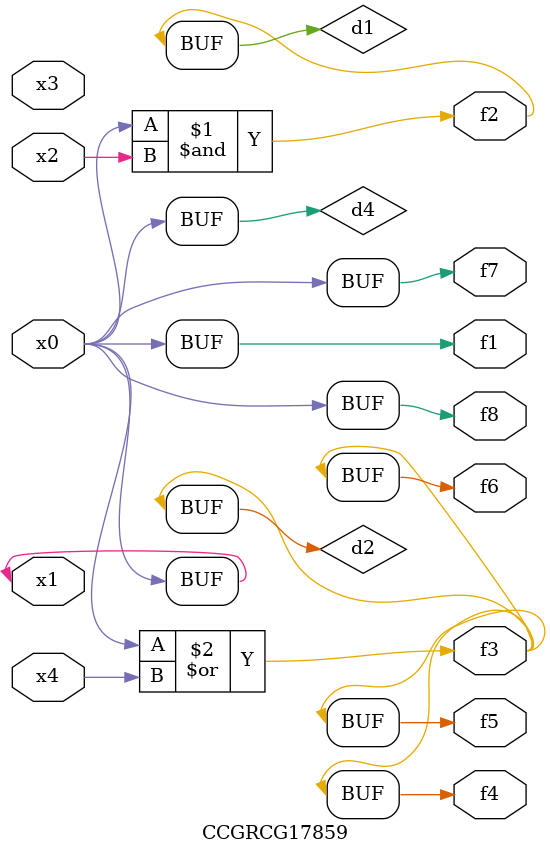
<source format=v>
module CCGRCG17859(
	input x0, x1, x2, x3, x4,
	output f1, f2, f3, f4, f5, f6, f7, f8
);

	wire d1, d2, d3, d4;

	and (d1, x0, x2);
	or (d2, x0, x4);
	nand (d3, x0, x2);
	buf (d4, x0, x1);
	assign f1 = d4;
	assign f2 = d1;
	assign f3 = d2;
	assign f4 = d2;
	assign f5 = d2;
	assign f6 = d2;
	assign f7 = d4;
	assign f8 = d4;
endmodule

</source>
